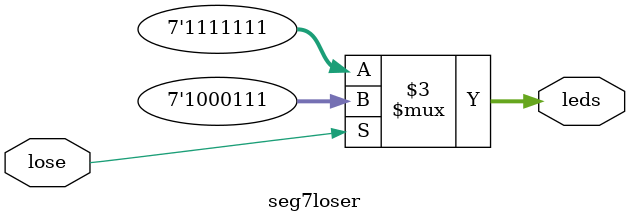
<source format=sv>
module seg7loser (lose, leds);
// displays an L on the hex Display
	input logic  lose;
	output logic [6:0] leds;

	always_comb begin
		if (lose) 	leds = ~7'b0111000; // L
		else			leds = ~7'b0000000;
	end
endmodule


</source>
